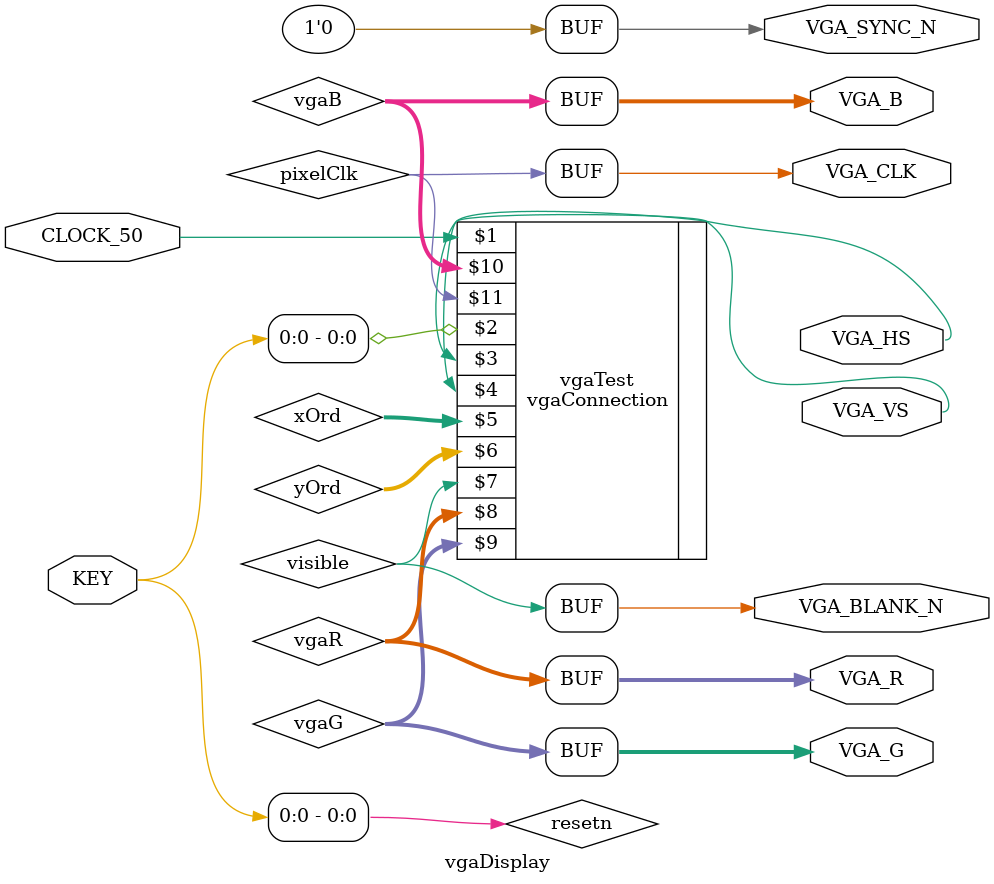
<source format=v>
module vgaDisplay(CLOCK_50, KEY, VGA_HS, VGA_VS, VGA_R, VGA_G, VGA_B, VGA_CLK, VGA_BLANK_N, VGA_SYNC_N);
    input CLOCK_50;
    input [3:0] KEY;
    output VGA_HS, VGA_VS, VGA_CLK, VGA_BLANK_N, VGA_SYNC_N;
    output [7:0] VGA_R, VGA_G, VGA_B;
	 
	 
	 // KEY[0] is active low reset
    wire resetn = KEY[0];
    
    // internal vga signals from vgaDriverTest
    wire [9:0] xOrd, yOrd;
    wire visible, pixelClk; // 25mhz pixel clock from vgaDriver
    wire [7:0] vgaR, vgaG, vgaB;

    // instantiate the test module
    vgaConnection vgaTest (CLOCK_50, resetn, VGA_HS, VGA_VS, xOrd, yOrd, visible, vgaR, vgaG, vgaB, pixelClk);
       
    
    assign VGA_R = vgaR;
    assign VGA_G = vgaG;
    assign VGA_B = vgaB;
    
    // drive vga clock from the same pixel clock used inside vgaDriver
    assign VGA_CLK = pixelClk;
    
    // blank_n is high during visible pixels, low during blanking
    assign VGA_BLANK_N = visible;
    
    assign VGA_SYNC_N = 1'b0;
endmodule
</source>
